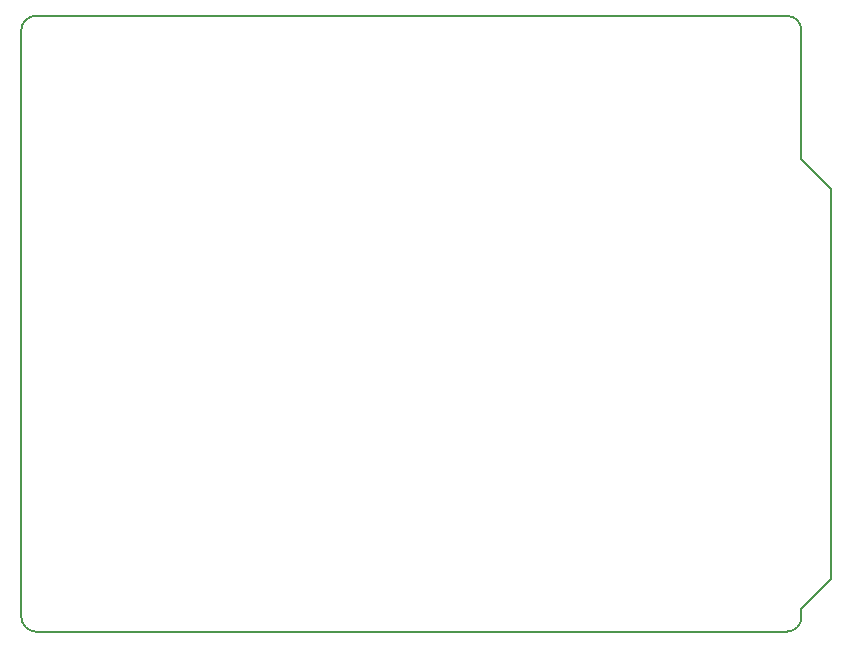
<source format=gbr>
G04 #@! TF.FileFunction,Profile,NP*
%FSLAX46Y46*%
G04 Gerber Fmt 4.6, Leading zero omitted, Abs format (unit mm)*
G04 Created by KiCad (PCBNEW 4.0.7-e2-6376~58~ubuntu16.04.1) date Sat Jul 27 23:54:02 2019*
%MOMM*%
%LPD*%
G01*
G04 APERTURE LIST*
%ADD10C,0.100000*%
%ADD11C,0.160000*%
G04 APERTURE END LIST*
D10*
D11*
X147460000Y-99110000D02*
G75*
G03X146210000Y-97860000I-1250000J0D01*
G01*
X82650000Y-97860000D02*
G75*
G03X81400000Y-99110000I0J-1250000D01*
G01*
X81400000Y-148750000D02*
G75*
G03X82650000Y-150000000I1250000J0D01*
G01*
X146210000Y-150000000D02*
G75*
G03X147460000Y-148750000I0J1250000D01*
G01*
X82650000Y-150000000D02*
X146210000Y-150000000D01*
X147460000Y-148060000D02*
X147460000Y-148750000D01*
X150000000Y-145520000D02*
X147460000Y-148060000D01*
X150000000Y-112500000D02*
X150000000Y-145520000D01*
X146210000Y-97860000D02*
X82650000Y-97860000D01*
X147460000Y-109960000D02*
X147460000Y-99110000D01*
X150000000Y-112500000D02*
X147460000Y-109960000D01*
X81400000Y-148750000D02*
X81400000Y-99110000D01*
M02*

</source>
